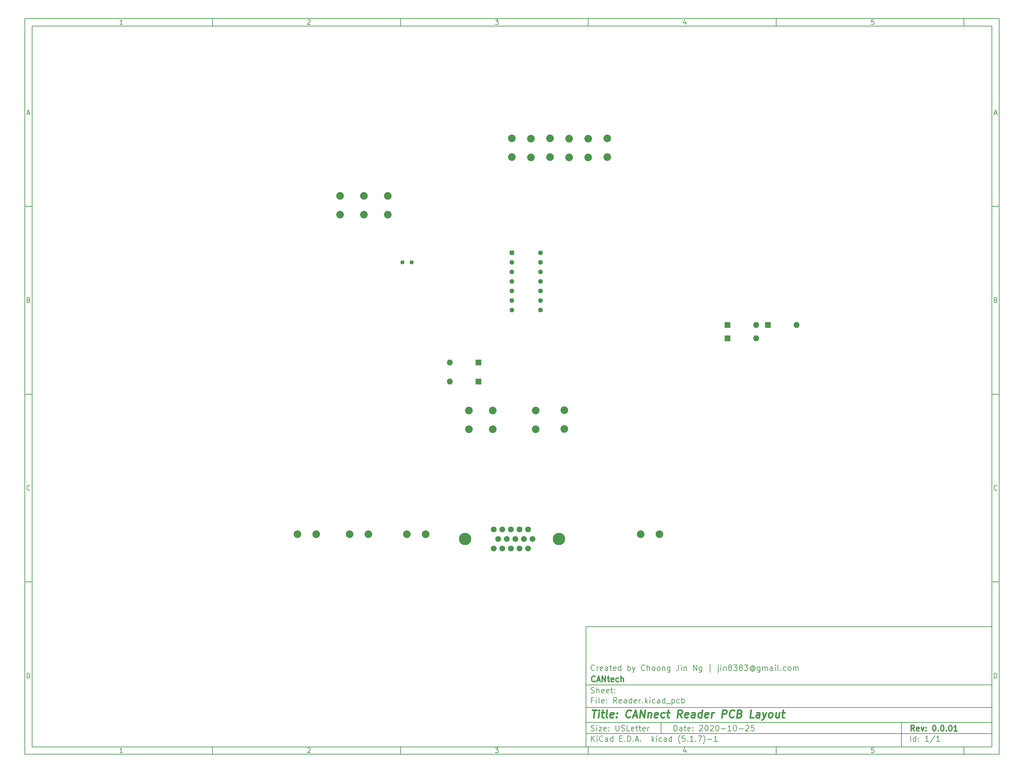
<source format=gbr>
%TF.GenerationSoftware,KiCad,Pcbnew,(5.1.7)-1*%
%TF.CreationDate,2020-10-25T19:47:16-07:00*%
%TF.ProjectId,Reader,52656164-6572-42e6-9b69-6361645f7063,0.0.01*%
%TF.SameCoordinates,Original*%
%TF.FileFunction,Soldermask,Bot*%
%TF.FilePolarity,Negative*%
%FSLAX46Y46*%
G04 Gerber Fmt 4.6, Leading zero omitted, Abs format (unit mm)*
G04 Created by KiCad (PCBNEW (5.1.7)-1) date 2020-10-25 19:47:16*
%MOMM*%
%LPD*%
G01*
G04 APERTURE LIST*
%ADD10C,0.100000*%
%ADD11C,0.150000*%
%ADD12C,0.300000*%
%ADD13C,0.400000*%
%ADD14C,1.117600*%
%ADD15C,1.549400*%
%ADD16C,3.302000*%
%ADD17O,1.600000X1.600000*%
%ADD18R,1.600000X1.600000*%
%ADD19C,2.032000*%
%ADD20R,1.295400X1.295400*%
%ADD21C,1.295400*%
G04 APERTURE END LIST*
D10*
D11*
X159400000Y-171900000D02*
X159400000Y-203900000D01*
X267400000Y-203900000D01*
X267400000Y-171900000D01*
X159400000Y-171900000D01*
D10*
D11*
X10000000Y-10000000D02*
X10000000Y-205900000D01*
X269400000Y-205900000D01*
X269400000Y-10000000D01*
X10000000Y-10000000D01*
D10*
D11*
X12000000Y-12000000D02*
X12000000Y-203900000D01*
X267400000Y-203900000D01*
X267400000Y-12000000D01*
X12000000Y-12000000D01*
D10*
D11*
X60000000Y-12000000D02*
X60000000Y-10000000D01*
D10*
D11*
X110000000Y-12000000D02*
X110000000Y-10000000D01*
D10*
D11*
X160000000Y-12000000D02*
X160000000Y-10000000D01*
D10*
D11*
X210000000Y-12000000D02*
X210000000Y-10000000D01*
D10*
D11*
X260000000Y-12000000D02*
X260000000Y-10000000D01*
D10*
D11*
X36065476Y-11588095D02*
X35322619Y-11588095D01*
X35694047Y-11588095D02*
X35694047Y-10288095D01*
X35570238Y-10473809D01*
X35446428Y-10597619D01*
X35322619Y-10659523D01*
D10*
D11*
X85322619Y-10411904D02*
X85384523Y-10350000D01*
X85508333Y-10288095D01*
X85817857Y-10288095D01*
X85941666Y-10350000D01*
X86003571Y-10411904D01*
X86065476Y-10535714D01*
X86065476Y-10659523D01*
X86003571Y-10845238D01*
X85260714Y-11588095D01*
X86065476Y-11588095D01*
D10*
D11*
X135260714Y-10288095D02*
X136065476Y-10288095D01*
X135632142Y-10783333D01*
X135817857Y-10783333D01*
X135941666Y-10845238D01*
X136003571Y-10907142D01*
X136065476Y-11030952D01*
X136065476Y-11340476D01*
X136003571Y-11464285D01*
X135941666Y-11526190D01*
X135817857Y-11588095D01*
X135446428Y-11588095D01*
X135322619Y-11526190D01*
X135260714Y-11464285D01*
D10*
D11*
X185941666Y-10721428D02*
X185941666Y-11588095D01*
X185632142Y-10226190D02*
X185322619Y-11154761D01*
X186127380Y-11154761D01*
D10*
D11*
X236003571Y-10288095D02*
X235384523Y-10288095D01*
X235322619Y-10907142D01*
X235384523Y-10845238D01*
X235508333Y-10783333D01*
X235817857Y-10783333D01*
X235941666Y-10845238D01*
X236003571Y-10907142D01*
X236065476Y-11030952D01*
X236065476Y-11340476D01*
X236003571Y-11464285D01*
X235941666Y-11526190D01*
X235817857Y-11588095D01*
X235508333Y-11588095D01*
X235384523Y-11526190D01*
X235322619Y-11464285D01*
D10*
D11*
X60000000Y-203900000D02*
X60000000Y-205900000D01*
D10*
D11*
X110000000Y-203900000D02*
X110000000Y-205900000D01*
D10*
D11*
X160000000Y-203900000D02*
X160000000Y-205900000D01*
D10*
D11*
X210000000Y-203900000D02*
X210000000Y-205900000D01*
D10*
D11*
X260000000Y-203900000D02*
X260000000Y-205900000D01*
D10*
D11*
X36065476Y-205488095D02*
X35322619Y-205488095D01*
X35694047Y-205488095D02*
X35694047Y-204188095D01*
X35570238Y-204373809D01*
X35446428Y-204497619D01*
X35322619Y-204559523D01*
D10*
D11*
X85322619Y-204311904D02*
X85384523Y-204250000D01*
X85508333Y-204188095D01*
X85817857Y-204188095D01*
X85941666Y-204250000D01*
X86003571Y-204311904D01*
X86065476Y-204435714D01*
X86065476Y-204559523D01*
X86003571Y-204745238D01*
X85260714Y-205488095D01*
X86065476Y-205488095D01*
D10*
D11*
X135260714Y-204188095D02*
X136065476Y-204188095D01*
X135632142Y-204683333D01*
X135817857Y-204683333D01*
X135941666Y-204745238D01*
X136003571Y-204807142D01*
X136065476Y-204930952D01*
X136065476Y-205240476D01*
X136003571Y-205364285D01*
X135941666Y-205426190D01*
X135817857Y-205488095D01*
X135446428Y-205488095D01*
X135322619Y-205426190D01*
X135260714Y-205364285D01*
D10*
D11*
X185941666Y-204621428D02*
X185941666Y-205488095D01*
X185632142Y-204126190D02*
X185322619Y-205054761D01*
X186127380Y-205054761D01*
D10*
D11*
X236003571Y-204188095D02*
X235384523Y-204188095D01*
X235322619Y-204807142D01*
X235384523Y-204745238D01*
X235508333Y-204683333D01*
X235817857Y-204683333D01*
X235941666Y-204745238D01*
X236003571Y-204807142D01*
X236065476Y-204930952D01*
X236065476Y-205240476D01*
X236003571Y-205364285D01*
X235941666Y-205426190D01*
X235817857Y-205488095D01*
X235508333Y-205488095D01*
X235384523Y-205426190D01*
X235322619Y-205364285D01*
D10*
D11*
X10000000Y-60000000D02*
X12000000Y-60000000D01*
D10*
D11*
X10000000Y-110000000D02*
X12000000Y-110000000D01*
D10*
D11*
X10000000Y-160000000D02*
X12000000Y-160000000D01*
D10*
D11*
X10690476Y-35216666D02*
X11309523Y-35216666D01*
X10566666Y-35588095D02*
X11000000Y-34288095D01*
X11433333Y-35588095D01*
D10*
D11*
X11092857Y-84907142D02*
X11278571Y-84969047D01*
X11340476Y-85030952D01*
X11402380Y-85154761D01*
X11402380Y-85340476D01*
X11340476Y-85464285D01*
X11278571Y-85526190D01*
X11154761Y-85588095D01*
X10659523Y-85588095D01*
X10659523Y-84288095D01*
X11092857Y-84288095D01*
X11216666Y-84350000D01*
X11278571Y-84411904D01*
X11340476Y-84535714D01*
X11340476Y-84659523D01*
X11278571Y-84783333D01*
X11216666Y-84845238D01*
X11092857Y-84907142D01*
X10659523Y-84907142D01*
D10*
D11*
X11402380Y-135464285D02*
X11340476Y-135526190D01*
X11154761Y-135588095D01*
X11030952Y-135588095D01*
X10845238Y-135526190D01*
X10721428Y-135402380D01*
X10659523Y-135278571D01*
X10597619Y-135030952D01*
X10597619Y-134845238D01*
X10659523Y-134597619D01*
X10721428Y-134473809D01*
X10845238Y-134350000D01*
X11030952Y-134288095D01*
X11154761Y-134288095D01*
X11340476Y-134350000D01*
X11402380Y-134411904D01*
D10*
D11*
X10659523Y-185588095D02*
X10659523Y-184288095D01*
X10969047Y-184288095D01*
X11154761Y-184350000D01*
X11278571Y-184473809D01*
X11340476Y-184597619D01*
X11402380Y-184845238D01*
X11402380Y-185030952D01*
X11340476Y-185278571D01*
X11278571Y-185402380D01*
X11154761Y-185526190D01*
X10969047Y-185588095D01*
X10659523Y-185588095D01*
D10*
D11*
X269400000Y-60000000D02*
X267400000Y-60000000D01*
D10*
D11*
X269400000Y-110000000D02*
X267400000Y-110000000D01*
D10*
D11*
X269400000Y-160000000D02*
X267400000Y-160000000D01*
D10*
D11*
X268090476Y-35216666D02*
X268709523Y-35216666D01*
X267966666Y-35588095D02*
X268400000Y-34288095D01*
X268833333Y-35588095D01*
D10*
D11*
X268492857Y-84907142D02*
X268678571Y-84969047D01*
X268740476Y-85030952D01*
X268802380Y-85154761D01*
X268802380Y-85340476D01*
X268740476Y-85464285D01*
X268678571Y-85526190D01*
X268554761Y-85588095D01*
X268059523Y-85588095D01*
X268059523Y-84288095D01*
X268492857Y-84288095D01*
X268616666Y-84350000D01*
X268678571Y-84411904D01*
X268740476Y-84535714D01*
X268740476Y-84659523D01*
X268678571Y-84783333D01*
X268616666Y-84845238D01*
X268492857Y-84907142D01*
X268059523Y-84907142D01*
D10*
D11*
X268802380Y-135464285D02*
X268740476Y-135526190D01*
X268554761Y-135588095D01*
X268430952Y-135588095D01*
X268245238Y-135526190D01*
X268121428Y-135402380D01*
X268059523Y-135278571D01*
X267997619Y-135030952D01*
X267997619Y-134845238D01*
X268059523Y-134597619D01*
X268121428Y-134473809D01*
X268245238Y-134350000D01*
X268430952Y-134288095D01*
X268554761Y-134288095D01*
X268740476Y-134350000D01*
X268802380Y-134411904D01*
D10*
D11*
X268059523Y-185588095D02*
X268059523Y-184288095D01*
X268369047Y-184288095D01*
X268554761Y-184350000D01*
X268678571Y-184473809D01*
X268740476Y-184597619D01*
X268802380Y-184845238D01*
X268802380Y-185030952D01*
X268740476Y-185278571D01*
X268678571Y-185402380D01*
X268554761Y-185526190D01*
X268369047Y-185588095D01*
X268059523Y-185588095D01*
D10*
D11*
X182832142Y-199678571D02*
X182832142Y-198178571D01*
X183189285Y-198178571D01*
X183403571Y-198250000D01*
X183546428Y-198392857D01*
X183617857Y-198535714D01*
X183689285Y-198821428D01*
X183689285Y-199035714D01*
X183617857Y-199321428D01*
X183546428Y-199464285D01*
X183403571Y-199607142D01*
X183189285Y-199678571D01*
X182832142Y-199678571D01*
X184975000Y-199678571D02*
X184975000Y-198892857D01*
X184903571Y-198750000D01*
X184760714Y-198678571D01*
X184475000Y-198678571D01*
X184332142Y-198750000D01*
X184975000Y-199607142D02*
X184832142Y-199678571D01*
X184475000Y-199678571D01*
X184332142Y-199607142D01*
X184260714Y-199464285D01*
X184260714Y-199321428D01*
X184332142Y-199178571D01*
X184475000Y-199107142D01*
X184832142Y-199107142D01*
X184975000Y-199035714D01*
X185475000Y-198678571D02*
X186046428Y-198678571D01*
X185689285Y-198178571D02*
X185689285Y-199464285D01*
X185760714Y-199607142D01*
X185903571Y-199678571D01*
X186046428Y-199678571D01*
X187117857Y-199607142D02*
X186975000Y-199678571D01*
X186689285Y-199678571D01*
X186546428Y-199607142D01*
X186475000Y-199464285D01*
X186475000Y-198892857D01*
X186546428Y-198750000D01*
X186689285Y-198678571D01*
X186975000Y-198678571D01*
X187117857Y-198750000D01*
X187189285Y-198892857D01*
X187189285Y-199035714D01*
X186475000Y-199178571D01*
X187832142Y-199535714D02*
X187903571Y-199607142D01*
X187832142Y-199678571D01*
X187760714Y-199607142D01*
X187832142Y-199535714D01*
X187832142Y-199678571D01*
X187832142Y-198750000D02*
X187903571Y-198821428D01*
X187832142Y-198892857D01*
X187760714Y-198821428D01*
X187832142Y-198750000D01*
X187832142Y-198892857D01*
X189617857Y-198321428D02*
X189689285Y-198250000D01*
X189832142Y-198178571D01*
X190189285Y-198178571D01*
X190332142Y-198250000D01*
X190403571Y-198321428D01*
X190475000Y-198464285D01*
X190475000Y-198607142D01*
X190403571Y-198821428D01*
X189546428Y-199678571D01*
X190475000Y-199678571D01*
X191403571Y-198178571D02*
X191546428Y-198178571D01*
X191689285Y-198250000D01*
X191760714Y-198321428D01*
X191832142Y-198464285D01*
X191903571Y-198750000D01*
X191903571Y-199107142D01*
X191832142Y-199392857D01*
X191760714Y-199535714D01*
X191689285Y-199607142D01*
X191546428Y-199678571D01*
X191403571Y-199678571D01*
X191260714Y-199607142D01*
X191189285Y-199535714D01*
X191117857Y-199392857D01*
X191046428Y-199107142D01*
X191046428Y-198750000D01*
X191117857Y-198464285D01*
X191189285Y-198321428D01*
X191260714Y-198250000D01*
X191403571Y-198178571D01*
X192475000Y-198321428D02*
X192546428Y-198250000D01*
X192689285Y-198178571D01*
X193046428Y-198178571D01*
X193189285Y-198250000D01*
X193260714Y-198321428D01*
X193332142Y-198464285D01*
X193332142Y-198607142D01*
X193260714Y-198821428D01*
X192403571Y-199678571D01*
X193332142Y-199678571D01*
X194260714Y-198178571D02*
X194403571Y-198178571D01*
X194546428Y-198250000D01*
X194617857Y-198321428D01*
X194689285Y-198464285D01*
X194760714Y-198750000D01*
X194760714Y-199107142D01*
X194689285Y-199392857D01*
X194617857Y-199535714D01*
X194546428Y-199607142D01*
X194403571Y-199678571D01*
X194260714Y-199678571D01*
X194117857Y-199607142D01*
X194046428Y-199535714D01*
X193975000Y-199392857D01*
X193903571Y-199107142D01*
X193903571Y-198750000D01*
X193975000Y-198464285D01*
X194046428Y-198321428D01*
X194117857Y-198250000D01*
X194260714Y-198178571D01*
X195403571Y-199107142D02*
X196546428Y-199107142D01*
X198046428Y-199678571D02*
X197189285Y-199678571D01*
X197617857Y-199678571D02*
X197617857Y-198178571D01*
X197475000Y-198392857D01*
X197332142Y-198535714D01*
X197189285Y-198607142D01*
X198975000Y-198178571D02*
X199117857Y-198178571D01*
X199260714Y-198250000D01*
X199332142Y-198321428D01*
X199403571Y-198464285D01*
X199475000Y-198750000D01*
X199475000Y-199107142D01*
X199403571Y-199392857D01*
X199332142Y-199535714D01*
X199260714Y-199607142D01*
X199117857Y-199678571D01*
X198975000Y-199678571D01*
X198832142Y-199607142D01*
X198760714Y-199535714D01*
X198689285Y-199392857D01*
X198617857Y-199107142D01*
X198617857Y-198750000D01*
X198689285Y-198464285D01*
X198760714Y-198321428D01*
X198832142Y-198250000D01*
X198975000Y-198178571D01*
X200117857Y-199107142D02*
X201260714Y-199107142D01*
X201903571Y-198321428D02*
X201975000Y-198250000D01*
X202117857Y-198178571D01*
X202475000Y-198178571D01*
X202617857Y-198250000D01*
X202689285Y-198321428D01*
X202760714Y-198464285D01*
X202760714Y-198607142D01*
X202689285Y-198821428D01*
X201832142Y-199678571D01*
X202760714Y-199678571D01*
X204117857Y-198178571D02*
X203403571Y-198178571D01*
X203332142Y-198892857D01*
X203403571Y-198821428D01*
X203546428Y-198750000D01*
X203903571Y-198750000D01*
X204046428Y-198821428D01*
X204117857Y-198892857D01*
X204189285Y-199035714D01*
X204189285Y-199392857D01*
X204117857Y-199535714D01*
X204046428Y-199607142D01*
X203903571Y-199678571D01*
X203546428Y-199678571D01*
X203403571Y-199607142D01*
X203332142Y-199535714D01*
D10*
D11*
X159400000Y-200400000D02*
X267400000Y-200400000D01*
D10*
D11*
X160832142Y-202478571D02*
X160832142Y-200978571D01*
X161689285Y-202478571D02*
X161046428Y-201621428D01*
X161689285Y-200978571D02*
X160832142Y-201835714D01*
X162332142Y-202478571D02*
X162332142Y-201478571D01*
X162332142Y-200978571D02*
X162260714Y-201050000D01*
X162332142Y-201121428D01*
X162403571Y-201050000D01*
X162332142Y-200978571D01*
X162332142Y-201121428D01*
X163903571Y-202335714D02*
X163832142Y-202407142D01*
X163617857Y-202478571D01*
X163475000Y-202478571D01*
X163260714Y-202407142D01*
X163117857Y-202264285D01*
X163046428Y-202121428D01*
X162975000Y-201835714D01*
X162975000Y-201621428D01*
X163046428Y-201335714D01*
X163117857Y-201192857D01*
X163260714Y-201050000D01*
X163475000Y-200978571D01*
X163617857Y-200978571D01*
X163832142Y-201050000D01*
X163903571Y-201121428D01*
X165189285Y-202478571D02*
X165189285Y-201692857D01*
X165117857Y-201550000D01*
X164975000Y-201478571D01*
X164689285Y-201478571D01*
X164546428Y-201550000D01*
X165189285Y-202407142D02*
X165046428Y-202478571D01*
X164689285Y-202478571D01*
X164546428Y-202407142D01*
X164475000Y-202264285D01*
X164475000Y-202121428D01*
X164546428Y-201978571D01*
X164689285Y-201907142D01*
X165046428Y-201907142D01*
X165189285Y-201835714D01*
X166546428Y-202478571D02*
X166546428Y-200978571D01*
X166546428Y-202407142D02*
X166403571Y-202478571D01*
X166117857Y-202478571D01*
X165975000Y-202407142D01*
X165903571Y-202335714D01*
X165832142Y-202192857D01*
X165832142Y-201764285D01*
X165903571Y-201621428D01*
X165975000Y-201550000D01*
X166117857Y-201478571D01*
X166403571Y-201478571D01*
X166546428Y-201550000D01*
X168403571Y-201692857D02*
X168903571Y-201692857D01*
X169117857Y-202478571D02*
X168403571Y-202478571D01*
X168403571Y-200978571D01*
X169117857Y-200978571D01*
X169760714Y-202335714D02*
X169832142Y-202407142D01*
X169760714Y-202478571D01*
X169689285Y-202407142D01*
X169760714Y-202335714D01*
X169760714Y-202478571D01*
X170475000Y-202478571D02*
X170475000Y-200978571D01*
X170832142Y-200978571D01*
X171046428Y-201050000D01*
X171189285Y-201192857D01*
X171260714Y-201335714D01*
X171332142Y-201621428D01*
X171332142Y-201835714D01*
X171260714Y-202121428D01*
X171189285Y-202264285D01*
X171046428Y-202407142D01*
X170832142Y-202478571D01*
X170475000Y-202478571D01*
X171975000Y-202335714D02*
X172046428Y-202407142D01*
X171975000Y-202478571D01*
X171903571Y-202407142D01*
X171975000Y-202335714D01*
X171975000Y-202478571D01*
X172617857Y-202050000D02*
X173332142Y-202050000D01*
X172475000Y-202478571D02*
X172975000Y-200978571D01*
X173475000Y-202478571D01*
X173975000Y-202335714D02*
X174046428Y-202407142D01*
X173975000Y-202478571D01*
X173903571Y-202407142D01*
X173975000Y-202335714D01*
X173975000Y-202478571D01*
X176975000Y-202478571D02*
X176975000Y-200978571D01*
X177117857Y-201907142D02*
X177546428Y-202478571D01*
X177546428Y-201478571D02*
X176975000Y-202050000D01*
X178189285Y-202478571D02*
X178189285Y-201478571D01*
X178189285Y-200978571D02*
X178117857Y-201050000D01*
X178189285Y-201121428D01*
X178260714Y-201050000D01*
X178189285Y-200978571D01*
X178189285Y-201121428D01*
X179546428Y-202407142D02*
X179403571Y-202478571D01*
X179117857Y-202478571D01*
X178975000Y-202407142D01*
X178903571Y-202335714D01*
X178832142Y-202192857D01*
X178832142Y-201764285D01*
X178903571Y-201621428D01*
X178975000Y-201550000D01*
X179117857Y-201478571D01*
X179403571Y-201478571D01*
X179546428Y-201550000D01*
X180832142Y-202478571D02*
X180832142Y-201692857D01*
X180760714Y-201550000D01*
X180617857Y-201478571D01*
X180332142Y-201478571D01*
X180189285Y-201550000D01*
X180832142Y-202407142D02*
X180689285Y-202478571D01*
X180332142Y-202478571D01*
X180189285Y-202407142D01*
X180117857Y-202264285D01*
X180117857Y-202121428D01*
X180189285Y-201978571D01*
X180332142Y-201907142D01*
X180689285Y-201907142D01*
X180832142Y-201835714D01*
X182189285Y-202478571D02*
X182189285Y-200978571D01*
X182189285Y-202407142D02*
X182046428Y-202478571D01*
X181760714Y-202478571D01*
X181617857Y-202407142D01*
X181546428Y-202335714D01*
X181475000Y-202192857D01*
X181475000Y-201764285D01*
X181546428Y-201621428D01*
X181617857Y-201550000D01*
X181760714Y-201478571D01*
X182046428Y-201478571D01*
X182189285Y-201550000D01*
X184475000Y-203050000D02*
X184403571Y-202978571D01*
X184260714Y-202764285D01*
X184189285Y-202621428D01*
X184117857Y-202407142D01*
X184046428Y-202050000D01*
X184046428Y-201764285D01*
X184117857Y-201407142D01*
X184189285Y-201192857D01*
X184260714Y-201050000D01*
X184403571Y-200835714D01*
X184475000Y-200764285D01*
X185760714Y-200978571D02*
X185046428Y-200978571D01*
X184975000Y-201692857D01*
X185046428Y-201621428D01*
X185189285Y-201550000D01*
X185546428Y-201550000D01*
X185689285Y-201621428D01*
X185760714Y-201692857D01*
X185832142Y-201835714D01*
X185832142Y-202192857D01*
X185760714Y-202335714D01*
X185689285Y-202407142D01*
X185546428Y-202478571D01*
X185189285Y-202478571D01*
X185046428Y-202407142D01*
X184975000Y-202335714D01*
X186475000Y-202335714D02*
X186546428Y-202407142D01*
X186475000Y-202478571D01*
X186403571Y-202407142D01*
X186475000Y-202335714D01*
X186475000Y-202478571D01*
X187975000Y-202478571D02*
X187117857Y-202478571D01*
X187546428Y-202478571D02*
X187546428Y-200978571D01*
X187403571Y-201192857D01*
X187260714Y-201335714D01*
X187117857Y-201407142D01*
X188617857Y-202335714D02*
X188689285Y-202407142D01*
X188617857Y-202478571D01*
X188546428Y-202407142D01*
X188617857Y-202335714D01*
X188617857Y-202478571D01*
X189189285Y-200978571D02*
X190189285Y-200978571D01*
X189546428Y-202478571D01*
X190617857Y-203050000D02*
X190689285Y-202978571D01*
X190832142Y-202764285D01*
X190903571Y-202621428D01*
X190975000Y-202407142D01*
X191046428Y-202050000D01*
X191046428Y-201764285D01*
X190975000Y-201407142D01*
X190903571Y-201192857D01*
X190832142Y-201050000D01*
X190689285Y-200835714D01*
X190617857Y-200764285D01*
X191760714Y-201907142D02*
X192903571Y-201907142D01*
X194403571Y-202478571D02*
X193546428Y-202478571D01*
X193975000Y-202478571D02*
X193975000Y-200978571D01*
X193832142Y-201192857D01*
X193689285Y-201335714D01*
X193546428Y-201407142D01*
D10*
D11*
X159400000Y-197400000D02*
X267400000Y-197400000D01*
D10*
D12*
X246809285Y-199678571D02*
X246309285Y-198964285D01*
X245952142Y-199678571D02*
X245952142Y-198178571D01*
X246523571Y-198178571D01*
X246666428Y-198250000D01*
X246737857Y-198321428D01*
X246809285Y-198464285D01*
X246809285Y-198678571D01*
X246737857Y-198821428D01*
X246666428Y-198892857D01*
X246523571Y-198964285D01*
X245952142Y-198964285D01*
X248023571Y-199607142D02*
X247880714Y-199678571D01*
X247595000Y-199678571D01*
X247452142Y-199607142D01*
X247380714Y-199464285D01*
X247380714Y-198892857D01*
X247452142Y-198750000D01*
X247595000Y-198678571D01*
X247880714Y-198678571D01*
X248023571Y-198750000D01*
X248095000Y-198892857D01*
X248095000Y-199035714D01*
X247380714Y-199178571D01*
X248595000Y-198678571D02*
X248952142Y-199678571D01*
X249309285Y-198678571D01*
X249880714Y-199535714D02*
X249952142Y-199607142D01*
X249880714Y-199678571D01*
X249809285Y-199607142D01*
X249880714Y-199535714D01*
X249880714Y-199678571D01*
X249880714Y-198750000D02*
X249952142Y-198821428D01*
X249880714Y-198892857D01*
X249809285Y-198821428D01*
X249880714Y-198750000D01*
X249880714Y-198892857D01*
X252023571Y-198178571D02*
X252166428Y-198178571D01*
X252309285Y-198250000D01*
X252380714Y-198321428D01*
X252452142Y-198464285D01*
X252523571Y-198750000D01*
X252523571Y-199107142D01*
X252452142Y-199392857D01*
X252380714Y-199535714D01*
X252309285Y-199607142D01*
X252166428Y-199678571D01*
X252023571Y-199678571D01*
X251880714Y-199607142D01*
X251809285Y-199535714D01*
X251737857Y-199392857D01*
X251666428Y-199107142D01*
X251666428Y-198750000D01*
X251737857Y-198464285D01*
X251809285Y-198321428D01*
X251880714Y-198250000D01*
X252023571Y-198178571D01*
X253166428Y-199535714D02*
X253237857Y-199607142D01*
X253166428Y-199678571D01*
X253095000Y-199607142D01*
X253166428Y-199535714D01*
X253166428Y-199678571D01*
X254166428Y-198178571D02*
X254309285Y-198178571D01*
X254452142Y-198250000D01*
X254523571Y-198321428D01*
X254595000Y-198464285D01*
X254666428Y-198750000D01*
X254666428Y-199107142D01*
X254595000Y-199392857D01*
X254523571Y-199535714D01*
X254452142Y-199607142D01*
X254309285Y-199678571D01*
X254166428Y-199678571D01*
X254023571Y-199607142D01*
X253952142Y-199535714D01*
X253880714Y-199392857D01*
X253809285Y-199107142D01*
X253809285Y-198750000D01*
X253880714Y-198464285D01*
X253952142Y-198321428D01*
X254023571Y-198250000D01*
X254166428Y-198178571D01*
X255309285Y-199535714D02*
X255380714Y-199607142D01*
X255309285Y-199678571D01*
X255237857Y-199607142D01*
X255309285Y-199535714D01*
X255309285Y-199678571D01*
X256309285Y-198178571D02*
X256452142Y-198178571D01*
X256595000Y-198250000D01*
X256666428Y-198321428D01*
X256737857Y-198464285D01*
X256809285Y-198750000D01*
X256809285Y-199107142D01*
X256737857Y-199392857D01*
X256666428Y-199535714D01*
X256595000Y-199607142D01*
X256452142Y-199678571D01*
X256309285Y-199678571D01*
X256166428Y-199607142D01*
X256095000Y-199535714D01*
X256023571Y-199392857D01*
X255952142Y-199107142D01*
X255952142Y-198750000D01*
X256023571Y-198464285D01*
X256095000Y-198321428D01*
X256166428Y-198250000D01*
X256309285Y-198178571D01*
X258237857Y-199678571D02*
X257380714Y-199678571D01*
X257809285Y-199678571D02*
X257809285Y-198178571D01*
X257666428Y-198392857D01*
X257523571Y-198535714D01*
X257380714Y-198607142D01*
D10*
D11*
X160760714Y-199607142D02*
X160975000Y-199678571D01*
X161332142Y-199678571D01*
X161475000Y-199607142D01*
X161546428Y-199535714D01*
X161617857Y-199392857D01*
X161617857Y-199250000D01*
X161546428Y-199107142D01*
X161475000Y-199035714D01*
X161332142Y-198964285D01*
X161046428Y-198892857D01*
X160903571Y-198821428D01*
X160832142Y-198750000D01*
X160760714Y-198607142D01*
X160760714Y-198464285D01*
X160832142Y-198321428D01*
X160903571Y-198250000D01*
X161046428Y-198178571D01*
X161403571Y-198178571D01*
X161617857Y-198250000D01*
X162260714Y-199678571D02*
X162260714Y-198678571D01*
X162260714Y-198178571D02*
X162189285Y-198250000D01*
X162260714Y-198321428D01*
X162332142Y-198250000D01*
X162260714Y-198178571D01*
X162260714Y-198321428D01*
X162832142Y-198678571D02*
X163617857Y-198678571D01*
X162832142Y-199678571D01*
X163617857Y-199678571D01*
X164760714Y-199607142D02*
X164617857Y-199678571D01*
X164332142Y-199678571D01*
X164189285Y-199607142D01*
X164117857Y-199464285D01*
X164117857Y-198892857D01*
X164189285Y-198750000D01*
X164332142Y-198678571D01*
X164617857Y-198678571D01*
X164760714Y-198750000D01*
X164832142Y-198892857D01*
X164832142Y-199035714D01*
X164117857Y-199178571D01*
X165475000Y-199535714D02*
X165546428Y-199607142D01*
X165475000Y-199678571D01*
X165403571Y-199607142D01*
X165475000Y-199535714D01*
X165475000Y-199678571D01*
X165475000Y-198750000D02*
X165546428Y-198821428D01*
X165475000Y-198892857D01*
X165403571Y-198821428D01*
X165475000Y-198750000D01*
X165475000Y-198892857D01*
X167332142Y-198178571D02*
X167332142Y-199392857D01*
X167403571Y-199535714D01*
X167475000Y-199607142D01*
X167617857Y-199678571D01*
X167903571Y-199678571D01*
X168046428Y-199607142D01*
X168117857Y-199535714D01*
X168189285Y-199392857D01*
X168189285Y-198178571D01*
X168832142Y-199607142D02*
X169046428Y-199678571D01*
X169403571Y-199678571D01*
X169546428Y-199607142D01*
X169617857Y-199535714D01*
X169689285Y-199392857D01*
X169689285Y-199250000D01*
X169617857Y-199107142D01*
X169546428Y-199035714D01*
X169403571Y-198964285D01*
X169117857Y-198892857D01*
X168975000Y-198821428D01*
X168903571Y-198750000D01*
X168832142Y-198607142D01*
X168832142Y-198464285D01*
X168903571Y-198321428D01*
X168975000Y-198250000D01*
X169117857Y-198178571D01*
X169475000Y-198178571D01*
X169689285Y-198250000D01*
X171046428Y-199678571D02*
X170332142Y-199678571D01*
X170332142Y-198178571D01*
X172117857Y-199607142D02*
X171975000Y-199678571D01*
X171689285Y-199678571D01*
X171546428Y-199607142D01*
X171475000Y-199464285D01*
X171475000Y-198892857D01*
X171546428Y-198750000D01*
X171689285Y-198678571D01*
X171975000Y-198678571D01*
X172117857Y-198750000D01*
X172189285Y-198892857D01*
X172189285Y-199035714D01*
X171475000Y-199178571D01*
X172617857Y-198678571D02*
X173189285Y-198678571D01*
X172832142Y-198178571D02*
X172832142Y-199464285D01*
X172903571Y-199607142D01*
X173046428Y-199678571D01*
X173189285Y-199678571D01*
X173475000Y-198678571D02*
X174046428Y-198678571D01*
X173689285Y-198178571D02*
X173689285Y-199464285D01*
X173760714Y-199607142D01*
X173903571Y-199678571D01*
X174046428Y-199678571D01*
X175117857Y-199607142D02*
X174975000Y-199678571D01*
X174689285Y-199678571D01*
X174546428Y-199607142D01*
X174475000Y-199464285D01*
X174475000Y-198892857D01*
X174546428Y-198750000D01*
X174689285Y-198678571D01*
X174975000Y-198678571D01*
X175117857Y-198750000D01*
X175189285Y-198892857D01*
X175189285Y-199035714D01*
X174475000Y-199178571D01*
X175832142Y-199678571D02*
X175832142Y-198678571D01*
X175832142Y-198964285D02*
X175903571Y-198821428D01*
X175975000Y-198750000D01*
X176117857Y-198678571D01*
X176260714Y-198678571D01*
D10*
D11*
X245832142Y-202478571D02*
X245832142Y-200978571D01*
X247189285Y-202478571D02*
X247189285Y-200978571D01*
X247189285Y-202407142D02*
X247046428Y-202478571D01*
X246760714Y-202478571D01*
X246617857Y-202407142D01*
X246546428Y-202335714D01*
X246475000Y-202192857D01*
X246475000Y-201764285D01*
X246546428Y-201621428D01*
X246617857Y-201550000D01*
X246760714Y-201478571D01*
X247046428Y-201478571D01*
X247189285Y-201550000D01*
X247903571Y-202335714D02*
X247975000Y-202407142D01*
X247903571Y-202478571D01*
X247832142Y-202407142D01*
X247903571Y-202335714D01*
X247903571Y-202478571D01*
X247903571Y-201550000D02*
X247975000Y-201621428D01*
X247903571Y-201692857D01*
X247832142Y-201621428D01*
X247903571Y-201550000D01*
X247903571Y-201692857D01*
X250546428Y-202478571D02*
X249689285Y-202478571D01*
X250117857Y-202478571D02*
X250117857Y-200978571D01*
X249975000Y-201192857D01*
X249832142Y-201335714D01*
X249689285Y-201407142D01*
X252260714Y-200907142D02*
X250975000Y-202835714D01*
X253546428Y-202478571D02*
X252689285Y-202478571D01*
X253117857Y-202478571D02*
X253117857Y-200978571D01*
X252975000Y-201192857D01*
X252832142Y-201335714D01*
X252689285Y-201407142D01*
D10*
D11*
X159400000Y-193400000D02*
X267400000Y-193400000D01*
D10*
D13*
X161112380Y-194104761D02*
X162255238Y-194104761D01*
X161433809Y-196104761D02*
X161683809Y-194104761D01*
X162671904Y-196104761D02*
X162838571Y-194771428D01*
X162921904Y-194104761D02*
X162814761Y-194200000D01*
X162898095Y-194295238D01*
X163005238Y-194200000D01*
X162921904Y-194104761D01*
X162898095Y-194295238D01*
X163505238Y-194771428D02*
X164267142Y-194771428D01*
X163874285Y-194104761D02*
X163660000Y-195819047D01*
X163731428Y-196009523D01*
X163910000Y-196104761D01*
X164100476Y-196104761D01*
X165052857Y-196104761D02*
X164874285Y-196009523D01*
X164802857Y-195819047D01*
X165017142Y-194104761D01*
X166588571Y-196009523D02*
X166386190Y-196104761D01*
X166005238Y-196104761D01*
X165826666Y-196009523D01*
X165755238Y-195819047D01*
X165850476Y-195057142D01*
X165969523Y-194866666D01*
X166171904Y-194771428D01*
X166552857Y-194771428D01*
X166731428Y-194866666D01*
X166802857Y-195057142D01*
X166779047Y-195247619D01*
X165802857Y-195438095D01*
X167552857Y-195914285D02*
X167636190Y-196009523D01*
X167529047Y-196104761D01*
X167445714Y-196009523D01*
X167552857Y-195914285D01*
X167529047Y-196104761D01*
X167683809Y-194866666D02*
X167767142Y-194961904D01*
X167660000Y-195057142D01*
X167576666Y-194961904D01*
X167683809Y-194866666D01*
X167660000Y-195057142D01*
X171171904Y-195914285D02*
X171064761Y-196009523D01*
X170767142Y-196104761D01*
X170576666Y-196104761D01*
X170302857Y-196009523D01*
X170136190Y-195819047D01*
X170064761Y-195628571D01*
X170017142Y-195247619D01*
X170052857Y-194961904D01*
X170195714Y-194580952D01*
X170314761Y-194390476D01*
X170529047Y-194200000D01*
X170826666Y-194104761D01*
X171017142Y-194104761D01*
X171290952Y-194200000D01*
X171374285Y-194295238D01*
X171981428Y-195533333D02*
X172933809Y-195533333D01*
X171719523Y-196104761D02*
X172636190Y-194104761D01*
X173052857Y-196104761D01*
X173719523Y-196104761D02*
X173969523Y-194104761D01*
X174862380Y-196104761D01*
X175112380Y-194104761D01*
X175981428Y-194771428D02*
X175814761Y-196104761D01*
X175957619Y-194961904D02*
X176064761Y-194866666D01*
X176267142Y-194771428D01*
X176552857Y-194771428D01*
X176731428Y-194866666D01*
X176802857Y-195057142D01*
X176671904Y-196104761D01*
X178398095Y-196009523D02*
X178195714Y-196104761D01*
X177814761Y-196104761D01*
X177636190Y-196009523D01*
X177564761Y-195819047D01*
X177660000Y-195057142D01*
X177779047Y-194866666D01*
X177981428Y-194771428D01*
X178362380Y-194771428D01*
X178540952Y-194866666D01*
X178612380Y-195057142D01*
X178588571Y-195247619D01*
X177612380Y-195438095D01*
X180207619Y-196009523D02*
X180005238Y-196104761D01*
X179624285Y-196104761D01*
X179445714Y-196009523D01*
X179362380Y-195914285D01*
X179290952Y-195723809D01*
X179362380Y-195152380D01*
X179481428Y-194961904D01*
X179588571Y-194866666D01*
X179790952Y-194771428D01*
X180171904Y-194771428D01*
X180350476Y-194866666D01*
X180933809Y-194771428D02*
X181695714Y-194771428D01*
X181302857Y-194104761D02*
X181088571Y-195819047D01*
X181160000Y-196009523D01*
X181338571Y-196104761D01*
X181529047Y-196104761D01*
X184862380Y-196104761D02*
X184314761Y-195152380D01*
X183719523Y-196104761D02*
X183969523Y-194104761D01*
X184731428Y-194104761D01*
X184910000Y-194200000D01*
X184993333Y-194295238D01*
X185064761Y-194485714D01*
X185029047Y-194771428D01*
X184910000Y-194961904D01*
X184802857Y-195057142D01*
X184600476Y-195152380D01*
X183838571Y-195152380D01*
X186493333Y-196009523D02*
X186290952Y-196104761D01*
X185910000Y-196104761D01*
X185731428Y-196009523D01*
X185660000Y-195819047D01*
X185755238Y-195057142D01*
X185874285Y-194866666D01*
X186076666Y-194771428D01*
X186457619Y-194771428D01*
X186636190Y-194866666D01*
X186707619Y-195057142D01*
X186683809Y-195247619D01*
X185707619Y-195438095D01*
X188290952Y-196104761D02*
X188421904Y-195057142D01*
X188350476Y-194866666D01*
X188171904Y-194771428D01*
X187790952Y-194771428D01*
X187588571Y-194866666D01*
X188302857Y-196009523D02*
X188100476Y-196104761D01*
X187624285Y-196104761D01*
X187445714Y-196009523D01*
X187374285Y-195819047D01*
X187398095Y-195628571D01*
X187517142Y-195438095D01*
X187719523Y-195342857D01*
X188195714Y-195342857D01*
X188398095Y-195247619D01*
X190100476Y-196104761D02*
X190350476Y-194104761D01*
X190112380Y-196009523D02*
X189910000Y-196104761D01*
X189529047Y-196104761D01*
X189350476Y-196009523D01*
X189267142Y-195914285D01*
X189195714Y-195723809D01*
X189267142Y-195152380D01*
X189386190Y-194961904D01*
X189493333Y-194866666D01*
X189695714Y-194771428D01*
X190076666Y-194771428D01*
X190255238Y-194866666D01*
X191826666Y-196009523D02*
X191624285Y-196104761D01*
X191243333Y-196104761D01*
X191064761Y-196009523D01*
X190993333Y-195819047D01*
X191088571Y-195057142D01*
X191207619Y-194866666D01*
X191410000Y-194771428D01*
X191790952Y-194771428D01*
X191969523Y-194866666D01*
X192040952Y-195057142D01*
X192017142Y-195247619D01*
X191040952Y-195438095D01*
X192767142Y-196104761D02*
X192933809Y-194771428D01*
X192886190Y-195152380D02*
X193005238Y-194961904D01*
X193112380Y-194866666D01*
X193314761Y-194771428D01*
X193505238Y-194771428D01*
X195529047Y-196104761D02*
X195779047Y-194104761D01*
X196540952Y-194104761D01*
X196719523Y-194200000D01*
X196802857Y-194295238D01*
X196874285Y-194485714D01*
X196838571Y-194771428D01*
X196719523Y-194961904D01*
X196612380Y-195057142D01*
X196410000Y-195152380D01*
X195648095Y-195152380D01*
X198695714Y-195914285D02*
X198588571Y-196009523D01*
X198290952Y-196104761D01*
X198100476Y-196104761D01*
X197826666Y-196009523D01*
X197660000Y-195819047D01*
X197588571Y-195628571D01*
X197540952Y-195247619D01*
X197576666Y-194961904D01*
X197719523Y-194580952D01*
X197838571Y-194390476D01*
X198052857Y-194200000D01*
X198350476Y-194104761D01*
X198540952Y-194104761D01*
X198814761Y-194200000D01*
X198898095Y-194295238D01*
X200326666Y-195057142D02*
X200600476Y-195152380D01*
X200683809Y-195247619D01*
X200755238Y-195438095D01*
X200719523Y-195723809D01*
X200600476Y-195914285D01*
X200493333Y-196009523D01*
X200290952Y-196104761D01*
X199529047Y-196104761D01*
X199779047Y-194104761D01*
X200445714Y-194104761D01*
X200624285Y-194200000D01*
X200707619Y-194295238D01*
X200779047Y-194485714D01*
X200755238Y-194676190D01*
X200636190Y-194866666D01*
X200529047Y-194961904D01*
X200326666Y-195057142D01*
X199660000Y-195057142D01*
X204005238Y-196104761D02*
X203052857Y-196104761D01*
X203302857Y-194104761D01*
X205529047Y-196104761D02*
X205660000Y-195057142D01*
X205588571Y-194866666D01*
X205410000Y-194771428D01*
X205029047Y-194771428D01*
X204826666Y-194866666D01*
X205540952Y-196009523D02*
X205338571Y-196104761D01*
X204862380Y-196104761D01*
X204683809Y-196009523D01*
X204612380Y-195819047D01*
X204636190Y-195628571D01*
X204755238Y-195438095D01*
X204957619Y-195342857D01*
X205433809Y-195342857D01*
X205636190Y-195247619D01*
X206457619Y-194771428D02*
X206767142Y-196104761D01*
X207410000Y-194771428D02*
X206767142Y-196104761D01*
X206517142Y-196580952D01*
X206410000Y-196676190D01*
X206207619Y-196771428D01*
X208290952Y-196104761D02*
X208112380Y-196009523D01*
X208029047Y-195914285D01*
X207957619Y-195723809D01*
X208029047Y-195152380D01*
X208148095Y-194961904D01*
X208255238Y-194866666D01*
X208457619Y-194771428D01*
X208743333Y-194771428D01*
X208921904Y-194866666D01*
X209005238Y-194961904D01*
X209076666Y-195152380D01*
X209005238Y-195723809D01*
X208886190Y-195914285D01*
X208779047Y-196009523D01*
X208576666Y-196104761D01*
X208290952Y-196104761D01*
X210838571Y-194771428D02*
X210671904Y-196104761D01*
X209981428Y-194771428D02*
X209850476Y-195819047D01*
X209921904Y-196009523D01*
X210100476Y-196104761D01*
X210386190Y-196104761D01*
X210588571Y-196009523D01*
X210695714Y-195914285D01*
X211505238Y-194771428D02*
X212267142Y-194771428D01*
X211874285Y-194104761D02*
X211659999Y-195819047D01*
X211731428Y-196009523D01*
X211909999Y-196104761D01*
X212100476Y-196104761D01*
D10*
D11*
X161332142Y-191492857D02*
X160832142Y-191492857D01*
X160832142Y-192278571D02*
X160832142Y-190778571D01*
X161546428Y-190778571D01*
X162117857Y-192278571D02*
X162117857Y-191278571D01*
X162117857Y-190778571D02*
X162046428Y-190850000D01*
X162117857Y-190921428D01*
X162189285Y-190850000D01*
X162117857Y-190778571D01*
X162117857Y-190921428D01*
X163046428Y-192278571D02*
X162903571Y-192207142D01*
X162832142Y-192064285D01*
X162832142Y-190778571D01*
X164189285Y-192207142D02*
X164046428Y-192278571D01*
X163760714Y-192278571D01*
X163617857Y-192207142D01*
X163546428Y-192064285D01*
X163546428Y-191492857D01*
X163617857Y-191350000D01*
X163760714Y-191278571D01*
X164046428Y-191278571D01*
X164189285Y-191350000D01*
X164260714Y-191492857D01*
X164260714Y-191635714D01*
X163546428Y-191778571D01*
X164903571Y-192135714D02*
X164975000Y-192207142D01*
X164903571Y-192278571D01*
X164832142Y-192207142D01*
X164903571Y-192135714D01*
X164903571Y-192278571D01*
X164903571Y-191350000D02*
X164975000Y-191421428D01*
X164903571Y-191492857D01*
X164832142Y-191421428D01*
X164903571Y-191350000D01*
X164903571Y-191492857D01*
X167617857Y-192278571D02*
X167117857Y-191564285D01*
X166760714Y-192278571D02*
X166760714Y-190778571D01*
X167332142Y-190778571D01*
X167475000Y-190850000D01*
X167546428Y-190921428D01*
X167617857Y-191064285D01*
X167617857Y-191278571D01*
X167546428Y-191421428D01*
X167475000Y-191492857D01*
X167332142Y-191564285D01*
X166760714Y-191564285D01*
X168832142Y-192207142D02*
X168689285Y-192278571D01*
X168403571Y-192278571D01*
X168260714Y-192207142D01*
X168189285Y-192064285D01*
X168189285Y-191492857D01*
X168260714Y-191350000D01*
X168403571Y-191278571D01*
X168689285Y-191278571D01*
X168832142Y-191350000D01*
X168903571Y-191492857D01*
X168903571Y-191635714D01*
X168189285Y-191778571D01*
X170189285Y-192278571D02*
X170189285Y-191492857D01*
X170117857Y-191350000D01*
X169975000Y-191278571D01*
X169689285Y-191278571D01*
X169546428Y-191350000D01*
X170189285Y-192207142D02*
X170046428Y-192278571D01*
X169689285Y-192278571D01*
X169546428Y-192207142D01*
X169475000Y-192064285D01*
X169475000Y-191921428D01*
X169546428Y-191778571D01*
X169689285Y-191707142D01*
X170046428Y-191707142D01*
X170189285Y-191635714D01*
X171546428Y-192278571D02*
X171546428Y-190778571D01*
X171546428Y-192207142D02*
X171403571Y-192278571D01*
X171117857Y-192278571D01*
X170975000Y-192207142D01*
X170903571Y-192135714D01*
X170832142Y-191992857D01*
X170832142Y-191564285D01*
X170903571Y-191421428D01*
X170975000Y-191350000D01*
X171117857Y-191278571D01*
X171403571Y-191278571D01*
X171546428Y-191350000D01*
X172832142Y-192207142D02*
X172689285Y-192278571D01*
X172403571Y-192278571D01*
X172260714Y-192207142D01*
X172189285Y-192064285D01*
X172189285Y-191492857D01*
X172260714Y-191350000D01*
X172403571Y-191278571D01*
X172689285Y-191278571D01*
X172832142Y-191350000D01*
X172903571Y-191492857D01*
X172903571Y-191635714D01*
X172189285Y-191778571D01*
X173546428Y-192278571D02*
X173546428Y-191278571D01*
X173546428Y-191564285D02*
X173617857Y-191421428D01*
X173689285Y-191350000D01*
X173832142Y-191278571D01*
X173975000Y-191278571D01*
X174475000Y-192135714D02*
X174546428Y-192207142D01*
X174475000Y-192278571D01*
X174403571Y-192207142D01*
X174475000Y-192135714D01*
X174475000Y-192278571D01*
X175189285Y-192278571D02*
X175189285Y-190778571D01*
X175332142Y-191707142D02*
X175760714Y-192278571D01*
X175760714Y-191278571D02*
X175189285Y-191850000D01*
X176403571Y-192278571D02*
X176403571Y-191278571D01*
X176403571Y-190778571D02*
X176332142Y-190850000D01*
X176403571Y-190921428D01*
X176475000Y-190850000D01*
X176403571Y-190778571D01*
X176403571Y-190921428D01*
X177760714Y-192207142D02*
X177617857Y-192278571D01*
X177332142Y-192278571D01*
X177189285Y-192207142D01*
X177117857Y-192135714D01*
X177046428Y-191992857D01*
X177046428Y-191564285D01*
X177117857Y-191421428D01*
X177189285Y-191350000D01*
X177332142Y-191278571D01*
X177617857Y-191278571D01*
X177760714Y-191350000D01*
X179046428Y-192278571D02*
X179046428Y-191492857D01*
X178975000Y-191350000D01*
X178832142Y-191278571D01*
X178546428Y-191278571D01*
X178403571Y-191350000D01*
X179046428Y-192207142D02*
X178903571Y-192278571D01*
X178546428Y-192278571D01*
X178403571Y-192207142D01*
X178332142Y-192064285D01*
X178332142Y-191921428D01*
X178403571Y-191778571D01*
X178546428Y-191707142D01*
X178903571Y-191707142D01*
X179046428Y-191635714D01*
X180403571Y-192278571D02*
X180403571Y-190778571D01*
X180403571Y-192207142D02*
X180260714Y-192278571D01*
X179975000Y-192278571D01*
X179832142Y-192207142D01*
X179760714Y-192135714D01*
X179689285Y-191992857D01*
X179689285Y-191564285D01*
X179760714Y-191421428D01*
X179832142Y-191350000D01*
X179975000Y-191278571D01*
X180260714Y-191278571D01*
X180403571Y-191350000D01*
X180760714Y-192421428D02*
X181903571Y-192421428D01*
X182260714Y-191278571D02*
X182260714Y-192778571D01*
X182260714Y-191350000D02*
X182403571Y-191278571D01*
X182689285Y-191278571D01*
X182832142Y-191350000D01*
X182903571Y-191421428D01*
X182975000Y-191564285D01*
X182975000Y-191992857D01*
X182903571Y-192135714D01*
X182832142Y-192207142D01*
X182689285Y-192278571D01*
X182403571Y-192278571D01*
X182260714Y-192207142D01*
X184260714Y-192207142D02*
X184117857Y-192278571D01*
X183832142Y-192278571D01*
X183689285Y-192207142D01*
X183617857Y-192135714D01*
X183546428Y-191992857D01*
X183546428Y-191564285D01*
X183617857Y-191421428D01*
X183689285Y-191350000D01*
X183832142Y-191278571D01*
X184117857Y-191278571D01*
X184260714Y-191350000D01*
X184903571Y-192278571D02*
X184903571Y-190778571D01*
X184903571Y-191350000D02*
X185046428Y-191278571D01*
X185332142Y-191278571D01*
X185475000Y-191350000D01*
X185546428Y-191421428D01*
X185617857Y-191564285D01*
X185617857Y-191992857D01*
X185546428Y-192135714D01*
X185475000Y-192207142D01*
X185332142Y-192278571D01*
X185046428Y-192278571D01*
X184903571Y-192207142D01*
D10*
D11*
X159400000Y-187400000D02*
X267400000Y-187400000D01*
D10*
D11*
X160760714Y-189507142D02*
X160975000Y-189578571D01*
X161332142Y-189578571D01*
X161475000Y-189507142D01*
X161546428Y-189435714D01*
X161617857Y-189292857D01*
X161617857Y-189150000D01*
X161546428Y-189007142D01*
X161475000Y-188935714D01*
X161332142Y-188864285D01*
X161046428Y-188792857D01*
X160903571Y-188721428D01*
X160832142Y-188650000D01*
X160760714Y-188507142D01*
X160760714Y-188364285D01*
X160832142Y-188221428D01*
X160903571Y-188150000D01*
X161046428Y-188078571D01*
X161403571Y-188078571D01*
X161617857Y-188150000D01*
X162260714Y-189578571D02*
X162260714Y-188078571D01*
X162903571Y-189578571D02*
X162903571Y-188792857D01*
X162832142Y-188650000D01*
X162689285Y-188578571D01*
X162475000Y-188578571D01*
X162332142Y-188650000D01*
X162260714Y-188721428D01*
X164189285Y-189507142D02*
X164046428Y-189578571D01*
X163760714Y-189578571D01*
X163617857Y-189507142D01*
X163546428Y-189364285D01*
X163546428Y-188792857D01*
X163617857Y-188650000D01*
X163760714Y-188578571D01*
X164046428Y-188578571D01*
X164189285Y-188650000D01*
X164260714Y-188792857D01*
X164260714Y-188935714D01*
X163546428Y-189078571D01*
X165475000Y-189507142D02*
X165332142Y-189578571D01*
X165046428Y-189578571D01*
X164903571Y-189507142D01*
X164832142Y-189364285D01*
X164832142Y-188792857D01*
X164903571Y-188650000D01*
X165046428Y-188578571D01*
X165332142Y-188578571D01*
X165475000Y-188650000D01*
X165546428Y-188792857D01*
X165546428Y-188935714D01*
X164832142Y-189078571D01*
X165975000Y-188578571D02*
X166546428Y-188578571D01*
X166189285Y-188078571D02*
X166189285Y-189364285D01*
X166260714Y-189507142D01*
X166403571Y-189578571D01*
X166546428Y-189578571D01*
X167046428Y-189435714D02*
X167117857Y-189507142D01*
X167046428Y-189578571D01*
X166975000Y-189507142D01*
X167046428Y-189435714D01*
X167046428Y-189578571D01*
X167046428Y-188650000D02*
X167117857Y-188721428D01*
X167046428Y-188792857D01*
X166975000Y-188721428D01*
X167046428Y-188650000D01*
X167046428Y-188792857D01*
D10*
D12*
X161809285Y-186435714D02*
X161737857Y-186507142D01*
X161523571Y-186578571D01*
X161380714Y-186578571D01*
X161166428Y-186507142D01*
X161023571Y-186364285D01*
X160952142Y-186221428D01*
X160880714Y-185935714D01*
X160880714Y-185721428D01*
X160952142Y-185435714D01*
X161023571Y-185292857D01*
X161166428Y-185150000D01*
X161380714Y-185078571D01*
X161523571Y-185078571D01*
X161737857Y-185150000D01*
X161809285Y-185221428D01*
X162380714Y-186150000D02*
X163095000Y-186150000D01*
X162237857Y-186578571D02*
X162737857Y-185078571D01*
X163237857Y-186578571D01*
X163737857Y-186578571D02*
X163737857Y-185078571D01*
X164595000Y-186578571D01*
X164595000Y-185078571D01*
X165095000Y-185578571D02*
X165666428Y-185578571D01*
X165309285Y-185078571D02*
X165309285Y-186364285D01*
X165380714Y-186507142D01*
X165523571Y-186578571D01*
X165666428Y-186578571D01*
X166737857Y-186507142D02*
X166595000Y-186578571D01*
X166309285Y-186578571D01*
X166166428Y-186507142D01*
X166095000Y-186364285D01*
X166095000Y-185792857D01*
X166166428Y-185650000D01*
X166309285Y-185578571D01*
X166595000Y-185578571D01*
X166737857Y-185650000D01*
X166809285Y-185792857D01*
X166809285Y-185935714D01*
X166095000Y-186078571D01*
X168095000Y-186507142D02*
X167952142Y-186578571D01*
X167666428Y-186578571D01*
X167523571Y-186507142D01*
X167452142Y-186435714D01*
X167380714Y-186292857D01*
X167380714Y-185864285D01*
X167452142Y-185721428D01*
X167523571Y-185650000D01*
X167666428Y-185578571D01*
X167952142Y-185578571D01*
X168095000Y-185650000D01*
X168737857Y-186578571D02*
X168737857Y-185078571D01*
X169380714Y-186578571D02*
X169380714Y-185792857D01*
X169309285Y-185650000D01*
X169166428Y-185578571D01*
X168952142Y-185578571D01*
X168809285Y-185650000D01*
X168737857Y-185721428D01*
D10*
D11*
X161689285Y-183435714D02*
X161617857Y-183507142D01*
X161403571Y-183578571D01*
X161260714Y-183578571D01*
X161046428Y-183507142D01*
X160903571Y-183364285D01*
X160832142Y-183221428D01*
X160760714Y-182935714D01*
X160760714Y-182721428D01*
X160832142Y-182435714D01*
X160903571Y-182292857D01*
X161046428Y-182150000D01*
X161260714Y-182078571D01*
X161403571Y-182078571D01*
X161617857Y-182150000D01*
X161689285Y-182221428D01*
X162332142Y-183578571D02*
X162332142Y-182578571D01*
X162332142Y-182864285D02*
X162403571Y-182721428D01*
X162475000Y-182650000D01*
X162617857Y-182578571D01*
X162760714Y-182578571D01*
X163832142Y-183507142D02*
X163689285Y-183578571D01*
X163403571Y-183578571D01*
X163260714Y-183507142D01*
X163189285Y-183364285D01*
X163189285Y-182792857D01*
X163260714Y-182650000D01*
X163403571Y-182578571D01*
X163689285Y-182578571D01*
X163832142Y-182650000D01*
X163903571Y-182792857D01*
X163903571Y-182935714D01*
X163189285Y-183078571D01*
X165189285Y-183578571D02*
X165189285Y-182792857D01*
X165117857Y-182650000D01*
X164975000Y-182578571D01*
X164689285Y-182578571D01*
X164546428Y-182650000D01*
X165189285Y-183507142D02*
X165046428Y-183578571D01*
X164689285Y-183578571D01*
X164546428Y-183507142D01*
X164475000Y-183364285D01*
X164475000Y-183221428D01*
X164546428Y-183078571D01*
X164689285Y-183007142D01*
X165046428Y-183007142D01*
X165189285Y-182935714D01*
X165689285Y-182578571D02*
X166260714Y-182578571D01*
X165903571Y-182078571D02*
X165903571Y-183364285D01*
X165975000Y-183507142D01*
X166117857Y-183578571D01*
X166260714Y-183578571D01*
X167332142Y-183507142D02*
X167189285Y-183578571D01*
X166903571Y-183578571D01*
X166760714Y-183507142D01*
X166689285Y-183364285D01*
X166689285Y-182792857D01*
X166760714Y-182650000D01*
X166903571Y-182578571D01*
X167189285Y-182578571D01*
X167332142Y-182650000D01*
X167403571Y-182792857D01*
X167403571Y-182935714D01*
X166689285Y-183078571D01*
X168689285Y-183578571D02*
X168689285Y-182078571D01*
X168689285Y-183507142D02*
X168546428Y-183578571D01*
X168260714Y-183578571D01*
X168117857Y-183507142D01*
X168046428Y-183435714D01*
X167975000Y-183292857D01*
X167975000Y-182864285D01*
X168046428Y-182721428D01*
X168117857Y-182650000D01*
X168260714Y-182578571D01*
X168546428Y-182578571D01*
X168689285Y-182650000D01*
X170546428Y-183578571D02*
X170546428Y-182078571D01*
X170546428Y-182650000D02*
X170689285Y-182578571D01*
X170975000Y-182578571D01*
X171117857Y-182650000D01*
X171189285Y-182721428D01*
X171260714Y-182864285D01*
X171260714Y-183292857D01*
X171189285Y-183435714D01*
X171117857Y-183507142D01*
X170975000Y-183578571D01*
X170689285Y-183578571D01*
X170546428Y-183507142D01*
X171760714Y-182578571D02*
X172117857Y-183578571D01*
X172475000Y-182578571D02*
X172117857Y-183578571D01*
X171975000Y-183935714D01*
X171903571Y-184007142D01*
X171760714Y-184078571D01*
X175046428Y-183435714D02*
X174975000Y-183507142D01*
X174760714Y-183578571D01*
X174617857Y-183578571D01*
X174403571Y-183507142D01*
X174260714Y-183364285D01*
X174189285Y-183221428D01*
X174117857Y-182935714D01*
X174117857Y-182721428D01*
X174189285Y-182435714D01*
X174260714Y-182292857D01*
X174403571Y-182150000D01*
X174617857Y-182078571D01*
X174760714Y-182078571D01*
X174975000Y-182150000D01*
X175046428Y-182221428D01*
X175689285Y-183578571D02*
X175689285Y-182078571D01*
X176332142Y-183578571D02*
X176332142Y-182792857D01*
X176260714Y-182650000D01*
X176117857Y-182578571D01*
X175903571Y-182578571D01*
X175760714Y-182650000D01*
X175689285Y-182721428D01*
X177260714Y-183578571D02*
X177117857Y-183507142D01*
X177046428Y-183435714D01*
X176975000Y-183292857D01*
X176975000Y-182864285D01*
X177046428Y-182721428D01*
X177117857Y-182650000D01*
X177260714Y-182578571D01*
X177475000Y-182578571D01*
X177617857Y-182650000D01*
X177689285Y-182721428D01*
X177760714Y-182864285D01*
X177760714Y-183292857D01*
X177689285Y-183435714D01*
X177617857Y-183507142D01*
X177475000Y-183578571D01*
X177260714Y-183578571D01*
X178617857Y-183578571D02*
X178475000Y-183507142D01*
X178403571Y-183435714D01*
X178332142Y-183292857D01*
X178332142Y-182864285D01*
X178403571Y-182721428D01*
X178475000Y-182650000D01*
X178617857Y-182578571D01*
X178832142Y-182578571D01*
X178975000Y-182650000D01*
X179046428Y-182721428D01*
X179117857Y-182864285D01*
X179117857Y-183292857D01*
X179046428Y-183435714D01*
X178975000Y-183507142D01*
X178832142Y-183578571D01*
X178617857Y-183578571D01*
X179760714Y-182578571D02*
X179760714Y-183578571D01*
X179760714Y-182721428D02*
X179832142Y-182650000D01*
X179975000Y-182578571D01*
X180189285Y-182578571D01*
X180332142Y-182650000D01*
X180403571Y-182792857D01*
X180403571Y-183578571D01*
X181760714Y-182578571D02*
X181760714Y-183792857D01*
X181689285Y-183935714D01*
X181617857Y-184007142D01*
X181475000Y-184078571D01*
X181260714Y-184078571D01*
X181117857Y-184007142D01*
X181760714Y-183507142D02*
X181617857Y-183578571D01*
X181332142Y-183578571D01*
X181189285Y-183507142D01*
X181117857Y-183435714D01*
X181046428Y-183292857D01*
X181046428Y-182864285D01*
X181117857Y-182721428D01*
X181189285Y-182650000D01*
X181332142Y-182578571D01*
X181617857Y-182578571D01*
X181760714Y-182650000D01*
X184046428Y-182078571D02*
X184046428Y-183150000D01*
X183975000Y-183364285D01*
X183832142Y-183507142D01*
X183617857Y-183578571D01*
X183475000Y-183578571D01*
X184760714Y-183578571D02*
X184760714Y-182578571D01*
X184760714Y-182078571D02*
X184689285Y-182150000D01*
X184760714Y-182221428D01*
X184832142Y-182150000D01*
X184760714Y-182078571D01*
X184760714Y-182221428D01*
X185475000Y-182578571D02*
X185475000Y-183578571D01*
X185475000Y-182721428D02*
X185546428Y-182650000D01*
X185689285Y-182578571D01*
X185903571Y-182578571D01*
X186046428Y-182650000D01*
X186117857Y-182792857D01*
X186117857Y-183578571D01*
X187975000Y-183578571D02*
X187975000Y-182078571D01*
X188832142Y-183578571D01*
X188832142Y-182078571D01*
X190189285Y-182578571D02*
X190189285Y-183792857D01*
X190117857Y-183935714D01*
X190046428Y-184007142D01*
X189903571Y-184078571D01*
X189689285Y-184078571D01*
X189546428Y-184007142D01*
X190189285Y-183507142D02*
X190046428Y-183578571D01*
X189760714Y-183578571D01*
X189617857Y-183507142D01*
X189546428Y-183435714D01*
X189475000Y-183292857D01*
X189475000Y-182864285D01*
X189546428Y-182721428D01*
X189617857Y-182650000D01*
X189760714Y-182578571D01*
X190046428Y-182578571D01*
X190189285Y-182650000D01*
X192403571Y-184078571D02*
X192403571Y-181935714D01*
X194617857Y-182578571D02*
X194617857Y-183864285D01*
X194546428Y-184007142D01*
X194403571Y-184078571D01*
X194332142Y-184078571D01*
X194617857Y-182078571D02*
X194546428Y-182150000D01*
X194617857Y-182221428D01*
X194689285Y-182150000D01*
X194617857Y-182078571D01*
X194617857Y-182221428D01*
X195332142Y-183578571D02*
X195332142Y-182578571D01*
X195332142Y-182078571D02*
X195260714Y-182150000D01*
X195332142Y-182221428D01*
X195403571Y-182150000D01*
X195332142Y-182078571D01*
X195332142Y-182221428D01*
X196046428Y-182578571D02*
X196046428Y-183578571D01*
X196046428Y-182721428D02*
X196117857Y-182650000D01*
X196260714Y-182578571D01*
X196475000Y-182578571D01*
X196617857Y-182650000D01*
X196689285Y-182792857D01*
X196689285Y-183578571D01*
X197617857Y-182721428D02*
X197475000Y-182650000D01*
X197403571Y-182578571D01*
X197332142Y-182435714D01*
X197332142Y-182364285D01*
X197403571Y-182221428D01*
X197475000Y-182150000D01*
X197617857Y-182078571D01*
X197903571Y-182078571D01*
X198046428Y-182150000D01*
X198117857Y-182221428D01*
X198189285Y-182364285D01*
X198189285Y-182435714D01*
X198117857Y-182578571D01*
X198046428Y-182650000D01*
X197903571Y-182721428D01*
X197617857Y-182721428D01*
X197475000Y-182792857D01*
X197403571Y-182864285D01*
X197332142Y-183007142D01*
X197332142Y-183292857D01*
X197403571Y-183435714D01*
X197475000Y-183507142D01*
X197617857Y-183578571D01*
X197903571Y-183578571D01*
X198046428Y-183507142D01*
X198117857Y-183435714D01*
X198189285Y-183292857D01*
X198189285Y-183007142D01*
X198117857Y-182864285D01*
X198046428Y-182792857D01*
X197903571Y-182721428D01*
X198689285Y-182078571D02*
X199617857Y-182078571D01*
X199117857Y-182650000D01*
X199332142Y-182650000D01*
X199475000Y-182721428D01*
X199546428Y-182792857D01*
X199617857Y-182935714D01*
X199617857Y-183292857D01*
X199546428Y-183435714D01*
X199475000Y-183507142D01*
X199332142Y-183578571D01*
X198903571Y-183578571D01*
X198760714Y-183507142D01*
X198689285Y-183435714D01*
X200475000Y-182721428D02*
X200332142Y-182650000D01*
X200260714Y-182578571D01*
X200189285Y-182435714D01*
X200189285Y-182364285D01*
X200260714Y-182221428D01*
X200332142Y-182150000D01*
X200475000Y-182078571D01*
X200760714Y-182078571D01*
X200903571Y-182150000D01*
X200975000Y-182221428D01*
X201046428Y-182364285D01*
X201046428Y-182435714D01*
X200975000Y-182578571D01*
X200903571Y-182650000D01*
X200760714Y-182721428D01*
X200475000Y-182721428D01*
X200332142Y-182792857D01*
X200260714Y-182864285D01*
X200189285Y-183007142D01*
X200189285Y-183292857D01*
X200260714Y-183435714D01*
X200332142Y-183507142D01*
X200475000Y-183578571D01*
X200760714Y-183578571D01*
X200903571Y-183507142D01*
X200975000Y-183435714D01*
X201046428Y-183292857D01*
X201046428Y-183007142D01*
X200975000Y-182864285D01*
X200903571Y-182792857D01*
X200760714Y-182721428D01*
X201546428Y-182078571D02*
X202475000Y-182078571D01*
X201975000Y-182650000D01*
X202189285Y-182650000D01*
X202332142Y-182721428D01*
X202403571Y-182792857D01*
X202475000Y-182935714D01*
X202475000Y-183292857D01*
X202403571Y-183435714D01*
X202332142Y-183507142D01*
X202189285Y-183578571D01*
X201760714Y-183578571D01*
X201617857Y-183507142D01*
X201546428Y-183435714D01*
X204046428Y-182864285D02*
X203975000Y-182792857D01*
X203832142Y-182721428D01*
X203689285Y-182721428D01*
X203546428Y-182792857D01*
X203475000Y-182864285D01*
X203403571Y-183007142D01*
X203403571Y-183150000D01*
X203475000Y-183292857D01*
X203546428Y-183364285D01*
X203689285Y-183435714D01*
X203832142Y-183435714D01*
X203975000Y-183364285D01*
X204046428Y-183292857D01*
X204046428Y-182721428D02*
X204046428Y-183292857D01*
X204117857Y-183364285D01*
X204189285Y-183364285D01*
X204332142Y-183292857D01*
X204403571Y-183150000D01*
X204403571Y-182792857D01*
X204260714Y-182578571D01*
X204046428Y-182435714D01*
X203760714Y-182364285D01*
X203475000Y-182435714D01*
X203260714Y-182578571D01*
X203117857Y-182792857D01*
X203046428Y-183078571D01*
X203117857Y-183364285D01*
X203260714Y-183578571D01*
X203475000Y-183721428D01*
X203760714Y-183792857D01*
X204046428Y-183721428D01*
X204260714Y-183578571D01*
X205689285Y-182578571D02*
X205689285Y-183792857D01*
X205617857Y-183935714D01*
X205546428Y-184007142D01*
X205403571Y-184078571D01*
X205189285Y-184078571D01*
X205046428Y-184007142D01*
X205689285Y-183507142D02*
X205546428Y-183578571D01*
X205260714Y-183578571D01*
X205117857Y-183507142D01*
X205046428Y-183435714D01*
X204975000Y-183292857D01*
X204975000Y-182864285D01*
X205046428Y-182721428D01*
X205117857Y-182650000D01*
X205260714Y-182578571D01*
X205546428Y-182578571D01*
X205689285Y-182650000D01*
X206403571Y-183578571D02*
X206403571Y-182578571D01*
X206403571Y-182721428D02*
X206475000Y-182650000D01*
X206617857Y-182578571D01*
X206832142Y-182578571D01*
X206975000Y-182650000D01*
X207046428Y-182792857D01*
X207046428Y-183578571D01*
X207046428Y-182792857D02*
X207117857Y-182650000D01*
X207260714Y-182578571D01*
X207475000Y-182578571D01*
X207617857Y-182650000D01*
X207689285Y-182792857D01*
X207689285Y-183578571D01*
X209046428Y-183578571D02*
X209046428Y-182792857D01*
X208975000Y-182650000D01*
X208832142Y-182578571D01*
X208546428Y-182578571D01*
X208403571Y-182650000D01*
X209046428Y-183507142D02*
X208903571Y-183578571D01*
X208546428Y-183578571D01*
X208403571Y-183507142D01*
X208332142Y-183364285D01*
X208332142Y-183221428D01*
X208403571Y-183078571D01*
X208546428Y-183007142D01*
X208903571Y-183007142D01*
X209046428Y-182935714D01*
X209760714Y-183578571D02*
X209760714Y-182578571D01*
X209760714Y-182078571D02*
X209689285Y-182150000D01*
X209760714Y-182221428D01*
X209832142Y-182150000D01*
X209760714Y-182078571D01*
X209760714Y-182221428D01*
X210689285Y-183578571D02*
X210546428Y-183507142D01*
X210475000Y-183364285D01*
X210475000Y-182078571D01*
X211260714Y-183435714D02*
X211332142Y-183507142D01*
X211260714Y-183578571D01*
X211189285Y-183507142D01*
X211260714Y-183435714D01*
X211260714Y-183578571D01*
X212617857Y-183507142D02*
X212475000Y-183578571D01*
X212189285Y-183578571D01*
X212046428Y-183507142D01*
X211975000Y-183435714D01*
X211903571Y-183292857D01*
X211903571Y-182864285D01*
X211975000Y-182721428D01*
X212046428Y-182650000D01*
X212189285Y-182578571D01*
X212475000Y-182578571D01*
X212617857Y-182650000D01*
X213475000Y-183578571D02*
X213332142Y-183507142D01*
X213260714Y-183435714D01*
X213189285Y-183292857D01*
X213189285Y-182864285D01*
X213260714Y-182721428D01*
X213332142Y-182650000D01*
X213475000Y-182578571D01*
X213689285Y-182578571D01*
X213832142Y-182650000D01*
X213903571Y-182721428D01*
X213975000Y-182864285D01*
X213975000Y-183292857D01*
X213903571Y-183435714D01*
X213832142Y-183507142D01*
X213689285Y-183578571D01*
X213475000Y-183578571D01*
X214617857Y-183578571D02*
X214617857Y-182578571D01*
X214617857Y-182721428D02*
X214689285Y-182650000D01*
X214832142Y-182578571D01*
X215046428Y-182578571D01*
X215189285Y-182650000D01*
X215260714Y-182792857D01*
X215260714Y-183578571D01*
X215260714Y-182792857D02*
X215332142Y-182650000D01*
X215475000Y-182578571D01*
X215689285Y-182578571D01*
X215832142Y-182650000D01*
X215903571Y-182792857D01*
X215903571Y-183578571D01*
D10*
D11*
X179400000Y-197400000D02*
X179400000Y-200400000D01*
D10*
D11*
X243400000Y-197400000D02*
X243400000Y-203900000D01*
D14*
%TO.C,C_MM_1*%
X113010000Y-74930000D03*
X110510000Y-74930000D03*
%TD*%
D15*
%TO.C,CN1*%
X134850000Y-151130000D03*
X137140000Y-151130000D03*
X139430001Y-151130000D03*
X141719998Y-151130000D03*
X144009999Y-151130000D03*
X135995001Y-148590000D03*
X138284999Y-148590000D03*
X140575000Y-148590000D03*
X142865000Y-148590000D03*
X145155001Y-148590000D03*
X134850000Y-146050000D03*
X137140000Y-146050000D03*
X139430001Y-146050000D03*
X141719998Y-146050000D03*
X144009999Y-146050000D03*
D16*
X127205000Y-148590000D03*
X152195000Y-148590000D03*
%TD*%
D17*
%TO.C,D_J1850_1*%
X204655001Y-91575001D03*
D18*
X197035001Y-91575001D03*
%TD*%
%TO.C,D_J1850_2*%
X207805001Y-91575001D03*
D17*
X215425001Y-91575001D03*
%TD*%
D18*
%TO.C,D_J1850_3*%
X197035001Y-95125001D03*
D17*
X204655001Y-95125001D03*
%TD*%
D18*
%TO.C,D_VS_1*%
X130810000Y-106680000D03*
D17*
X123190000Y-106680000D03*
%TD*%
%TO.C,D_VS_2*%
X123190000Y-101600000D03*
D18*
X130810000Y-101600000D03*
%TD*%
D19*
%TO.C,J_CN_1*%
X101520000Y-147320000D03*
X96520000Y-147320000D03*
%TD*%
%TO.C,J_CN_2*%
X111760000Y-147320000D03*
X116760000Y-147320000D03*
%TD*%
%TO.C,J_HST_1*%
X144780000Y-46990000D03*
X144780000Y-41990000D03*
%TD*%
%TO.C,J_HST_2*%
X154940000Y-46990000D03*
X154940000Y-41990000D03*
%TD*%
%TO.C,J_HST_3*%
X106680000Y-62230000D03*
X106680000Y-57230000D03*
%TD*%
%TO.C,J_HST_4*%
X93980000Y-57230000D03*
X93980000Y-62230000D03*
%TD*%
%TO.C,J_HST_5*%
X149860000Y-46910000D03*
X149860000Y-41910000D03*
%TD*%
%TO.C,J_HST_6*%
X100330000Y-62230000D03*
X100330000Y-57230000D03*
%TD*%
%TO.C,J_PS_1*%
X178990000Y-147320000D03*
X173990000Y-147320000D03*
%TD*%
%TO.C,J_PS_2*%
X153670000Y-119300000D03*
X153670000Y-114300000D03*
%TD*%
%TO.C,J_PSW_1*%
X128270000Y-114380000D03*
X128270000Y-119380000D03*
%TD*%
%TO.C,J_PSW_2*%
X134620000Y-119380000D03*
X134620000Y-114380000D03*
%TD*%
%TO.C,J_PSW_3*%
X146050000Y-114380000D03*
X146050000Y-119380000D03*
%TD*%
%TO.C,J_STN_1*%
X160020000Y-46990000D03*
X160020000Y-41990000D03*
%TD*%
%TO.C,J_STN_3*%
X165100000Y-46910000D03*
X165100000Y-41910000D03*
%TD*%
%TO.C,J_STN_RST1*%
X139700000Y-46910000D03*
X139700000Y-41910000D03*
%TD*%
%TO.C,J_SWCAN_1*%
X87630000Y-147320000D03*
X82630000Y-147320000D03*
%TD*%
D20*
%TO.C,U_COMP_1*%
X139700000Y-72390000D03*
D21*
X139700000Y-74930000D03*
X139700000Y-77470000D03*
X139700000Y-80010000D03*
X139700000Y-82550000D03*
X139700000Y-85090000D03*
X139700000Y-87630000D03*
X147320000Y-87630000D03*
X147320000Y-85090000D03*
X147320000Y-82550000D03*
X147320000Y-80010000D03*
X147320000Y-77470000D03*
X147320000Y-74930000D03*
X147320000Y-72390000D03*
%TD*%
M02*

</source>
